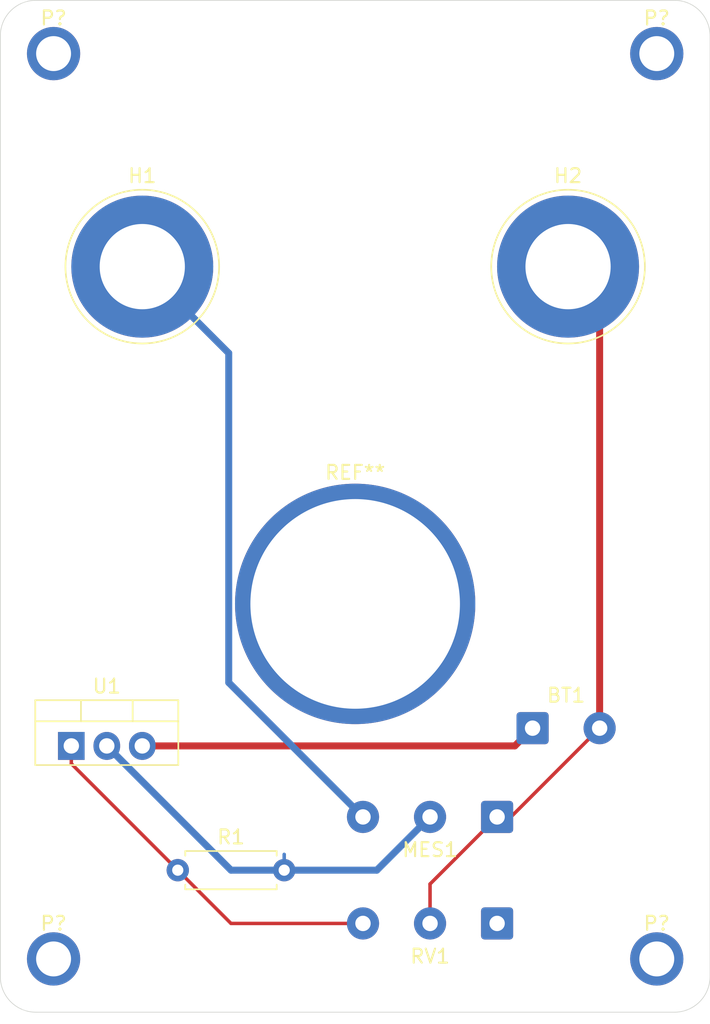
<source format=kicad_pcb>
(kicad_pcb (version 20171130) (host pcbnew "(5.1.7)-1")

  (general
    (thickness 1.6)
    (drawings 8)
    (tracks 22)
    (zones 0)
    (modules 12)
    (nets 7)
  )

  (page A4)
  (title_block
    (title "PhysBryk 9V DC Regulated Power Supply")
    (date 2020-10-21)
    (rev 0.0.1)
  )

  (layers
    (0 F.Cu signal)
    (31 B.Cu signal)
    (32 B.Adhes user)
    (33 F.Adhes user)
    (34 B.Paste user)
    (35 F.Paste user)
    (36 B.SilkS user)
    (37 F.SilkS user)
    (38 B.Mask user)
    (39 F.Mask user)
    (40 Dwgs.User user)
    (41 Cmts.User user)
    (42 Eco1.User user)
    (43 Eco2.User user)
    (44 Edge.Cuts user)
    (45 Margin user)
    (46 B.CrtYd user)
    (47 F.CrtYd user)
    (48 B.Fab user)
    (49 F.Fab user)
  )

  (setup
    (last_trace_width 0.5)
    (user_trace_width 0.5)
    (trace_clearance 0.2)
    (zone_clearance 0.508)
    (zone_45_only no)
    (trace_min 0.25)
    (via_size 0.8)
    (via_drill 0.4)
    (via_min_size 0.4)
    (via_min_drill 0.3)
    (uvia_size 0.3)
    (uvia_drill 0.1)
    (uvias_allowed no)
    (uvia_min_size 0.2)
    (uvia_min_drill 0.1)
    (edge_width 0.05)
    (segment_width 0.2)
    (pcb_text_width 0.3)
    (pcb_text_size 1.5 1.5)
    (mod_edge_width 0.12)
    (mod_text_size 1 1)
    (mod_text_width 0.15)
    (pad_size 1.524 1.524)
    (pad_drill 0.762)
    (pad_to_mask_clearance 0)
    (aux_axis_origin 0 0)
    (grid_origin 121.92 119.38)
    (visible_elements 7FFFFFFF)
    (pcbplotparams
      (layerselection 0x010fc_ffffffff)
      (usegerberextensions false)
      (usegerberattributes true)
      (usegerberadvancedattributes true)
      (creategerberjobfile true)
      (excludeedgelayer true)
      (linewidth 0.100000)
      (plotframeref false)
      (viasonmask false)
      (mode 1)
      (useauxorigin false)
      (hpglpennumber 1)
      (hpglpenspeed 20)
      (hpglpendiameter 15.000000)
      (psnegative false)
      (psa4output false)
      (plotreference true)
      (plotvalue true)
      (plotinvisibletext false)
      (padsonsilk false)
      (subtractmaskfromsilk false)
      (outputformat 1)
      (mirror false)
      (drillshape 1)
      (scaleselection 1)
      (outputdirectory ""))
  )

  (net 0 "")
  (net 1 "Net-(BT1-Pad1)")
  (net 2 "Net-(H1-Pad1)")
  (net 3 "Net-(R1-Pad1)")
  (net 4 "Net-(RV1-Pad1)")
  (net 5 GND)
  (net 6 "Net-(MES1-Pad2)")

  (net_class Default "This is the default net class."
    (clearance 0.2)
    (trace_width 0.25)
    (via_dia 0.8)
    (via_drill 0.4)
    (uvia_dia 0.3)
    (uvia_drill 0.1)
    (diff_pair_width 0.25)
    (diff_pair_gap 0.25)
    (add_net GND)
    (add_net "Net-(BT1-Pad1)")
    (add_net "Net-(H1-Pad1)")
    (add_net "Net-(MES1-Pad2)")
    (add_net "Net-(R1-Pad1)")
    (add_net "Net-(RV1-Pad1)")
  )

  (net_class Power ""
    (clearance 0.2)
    (trace_width 0.7)
    (via_dia 0.8)
    (via_drill 0.4)
    (uvia_dia 0.3)
    (uvia_drill 0.1)
    (diff_pair_width 0.25)
    (diff_pair_gap 0.25)
  )

  (module physbryk_power_supply:PadFeatherM2.5 (layer F.Cu) (tedit 5F91177A) (tstamp 5F9174BD)
    (at 171.45 114.3)
    (fp_text reference P? (at 0 -2.54) (layer F.SilkS)
      (effects (font (size 1 1) (thickness 0.15)))
    )
    (fp_text value PadM2.5 (at 0 3.81) (layer F.Fab)
      (effects (font (size 1 1) (thickness 0.15)))
    )
    (pad ? thru_hole circle (at 0 0) (size 3.81 3.81) (drill 2.5) (layers *.Cu *.Mask)
      (solder_mask_margin 0.0508))
  )

  (module physbryk_power_supply:PadFeatherM2.5 (layer F.Cu) (tedit 5F91177A) (tstamp 5F9174BD)
    (at 128.27 114.3)
    (fp_text reference P? (at 0 -2.54) (layer F.SilkS)
      (effects (font (size 1 1) (thickness 0.15)))
    )
    (fp_text value PadM2.5 (at 0 3.81) (layer F.Fab)
      (effects (font (size 1 1) (thickness 0.15)))
    )
    (pad ? thru_hole circle (at 0 0) (size 3.81 3.81) (drill 2.5) (layers *.Cu *.Mask)
      (solder_mask_margin 0.0508))
  )

  (module physbryk_power_supply:PadFeatherM2.5 (layer F.Cu) (tedit 5F91177A) (tstamp 5F9174BD)
    (at 171.45 49.53)
    (fp_text reference P? (at 0 -2.54) (layer F.SilkS)
      (effects (font (size 1 1) (thickness 0.15)))
    )
    (fp_text value PadM2.5 (at 0 3.81) (layer F.Fab)
      (effects (font (size 1 1) (thickness 0.15)))
    )
    (pad ? thru_hole circle (at 0 0) (size 3.81 3.81) (drill 2.5) (layers *.Cu *.Mask)
      (solder_mask_margin 0.0508))
  )

  (module physbryk_power_supply:PadFeatherM2.5 (layer F.Cu) (tedit 5F91177A) (tstamp 5F91746C)
    (at 128.27 49.53)
    (fp_text reference P? (at 0 -2.54) (layer F.SilkS)
      (effects (font (size 1 1) (thickness 0.15)))
    )
    (fp_text value PadM2.5 (at 0 3.81) (layer F.Fab)
      (effects (font (size 1 1) (thickness 0.15)))
    )
    (pad ? thru_hole circle (at 0 0) (size 3.81 3.81) (drill 2.5) (layers *.Cu *.Mask)
      (solder_mask_margin 0.0508))
  )

  (module physbryk_power_supply:MountingHole15mm (layer F.Cu) (tedit 5F90F476) (tstamp 5F914756)
    (at 149.86 88.9)
    (descr "Mounting Hole 15 mm")
    (tags "mounting hole15mm")
    (fp_text reference REF** (at 0 -9.4) (layer F.SilkS)
      (effects (font (size 1 1) (thickness 0.15)))
    )
    (fp_text value MountingHole_15mm (at 0 9.4) (layer F.Fab)
      (effects (font (size 1 1) (thickness 0.15)))
    )
    (fp_circle (center 0 0) (end 8.65 0) (layer F.CrtYd) (width 0.05))
    (fp_circle (center 0 0) (end 8.4 0) (layer Cmts.User) (width 0.15))
    (fp_text user %R (at 0.3 0) (layer F.Fab)
      (effects (font (size 1 1) (thickness 0.15)))
    )
    (pad 1 thru_hole circle (at 0 0) (size 17.2 17.2) (drill 15) (layers *.Cu *.Mask))
  )

  (module Connector_Wire:SolderWire-0.5sqmm_1x02_P4.8mm_D0.9mm_OD2.3mm (layer F.Cu) (tedit 5EB70B44) (tstamp 5F907AD7)
    (at 162.56 97.79)
    (descr "Soldered wire connection, for 2 times 0.5 mm² wires, reinforced insulation, conductor diameter 0.9mm, outer diameter 2.3mm, size source Multi-Contact FLEXI-xV 0.5 (https://ec.staubli.com/AcroFiles/Catalogues/TM_Cab-Main-11014119_(en)_hi.pdf), bend radius 3 times outer diameter, generated with kicad-footprint-generator")
    (tags "connector wire 0.5sqmm")
    (path /5F9008E3)
    (attr virtual)
    (fp_text reference BT1 (at 2.4 -2.35) (layer F.SilkS)
      (effects (font (size 1 1) (thickness 0.15)))
    )
    (fp_text value 9V (at 2.4 2.35) (layer F.Fab)
      (effects (font (size 1 1) (thickness 0.15)))
    )
    (fp_circle (center 0 0) (end 1.15 0) (layer F.Fab) (width 0.1))
    (fp_circle (center 4.8 0) (end 5.95 0) (layer F.Fab) (width 0.1))
    (fp_line (start -1.9 -1.65) (end -1.9 1.65) (layer F.CrtYd) (width 0.05))
    (fp_line (start -1.9 1.65) (end 1.9 1.65) (layer F.CrtYd) (width 0.05))
    (fp_line (start 1.9 1.65) (end 1.9 -1.65) (layer F.CrtYd) (width 0.05))
    (fp_line (start 1.9 -1.65) (end -1.9 -1.65) (layer F.CrtYd) (width 0.05))
    (fp_line (start 2.9 -1.65) (end 2.9 1.65) (layer F.CrtYd) (width 0.05))
    (fp_line (start 2.9 1.65) (end 6.7 1.65) (layer F.CrtYd) (width 0.05))
    (fp_line (start 6.7 1.65) (end 6.7 -1.65) (layer F.CrtYd) (width 0.05))
    (fp_line (start 6.7 -1.65) (end 2.9 -1.65) (layer F.CrtYd) (width 0.05))
    (fp_text user %R (at 2.184999 0 90) (layer F.Fab)
      (effects (font (size 0.82 0.82) (thickness 0.12)))
    )
    (pad 1 thru_hole roundrect (at 0 0) (size 2.3 2.3) (drill 1.1) (layers *.Cu *.Mask) (roundrect_rratio 0.108696)
      (net 1 "Net-(BT1-Pad1)"))
    (pad 2 thru_hole circle (at 4.8 0) (size 2.3 2.3) (drill 1.1) (layers *.Cu *.Mask)
      (net 5 GND))
    (model ${KISYS3DMOD}/Connector_Wire.3dshapes/SolderWire-0.5sqmm_1x02_P4.8mm_D0.9mm_OD2.3mm.wrl
      (at (xyz 0 0 0))
      (scale (xyz 1 1 1))
      (rotate (xyz 0 0 0))
    )
  )

  (module Connector:Banana_Jack_1Pin (layer F.Cu) (tedit 5A1AB217) (tstamp 5F907AB5)
    (at 134.62 64.77)
    (descr "Single banana socket, footprint - 6mm drill")
    (tags "banana socket")
    (path /5F9025E3)
    (fp_text reference H1 (at 0 -6.5) (layer F.SilkS)
      (effects (font (size 1 1) (thickness 0.15)))
    )
    (fp_text value "Banana Plug Vout" (at -0.25 6.5) (layer F.Fab)
      (effects (font (size 1 1) (thickness 0.15)))
    )
    (fp_circle (center 0 0) (end 5.75 0) (layer F.CrtYd) (width 0.05))
    (fp_circle (center 0 0) (end 2 0) (layer F.Fab) (width 0.1))
    (fp_circle (center 0 0) (end 4.85 0.05) (layer F.Fab) (width 0.1))
    (fp_circle (center 0 0) (end 5.5 0) (layer F.SilkS) (width 0.12))
    (fp_text user %R (at 0 0) (layer F.Fab)
      (effects (font (size 0.8 0.8) (thickness 0.12)))
    )
    (pad 1 thru_hole circle (at 0 0) (size 10.16 10.16) (drill 6.1) (layers *.Cu *.Mask)
      (net 2 "Net-(H1-Pad1)"))
    (model ${KISYS3DMOD}/Connector.3dshapes/Banana_Jack_1Pin.wrl
      (at (xyz 0 0 0))
      (scale (xyz 2 2 2))
      (rotate (xyz 0 0 0))
    )
  )

  (module Connector:Banana_Jack_1Pin (layer F.Cu) (tedit 5A1AB217) (tstamp 5F9079DD)
    (at 165.1 64.77)
    (descr "Single banana socket, footprint - 6mm drill")
    (tags "banana socket")
    (path /5F90361B)
    (fp_text reference H2 (at 0 -6.5) (layer F.SilkS)
      (effects (font (size 1 1) (thickness 0.15)))
    )
    (fp_text value "Banana Plug Gnd" (at -0.25 6.5) (layer F.Fab)
      (effects (font (size 1 1) (thickness 0.15)))
    )
    (fp_circle (center 0 0) (end 5.5 0) (layer F.SilkS) (width 0.12))
    (fp_circle (center 0 0) (end 4.85 0.05) (layer F.Fab) (width 0.1))
    (fp_circle (center 0 0) (end 2 0) (layer F.Fab) (width 0.1))
    (fp_circle (center 0 0) (end 5.75 0) (layer F.CrtYd) (width 0.05))
    (fp_text user %R (at 0 0) (layer F.Fab)
      (effects (font (size 0.8 0.8) (thickness 0.12)))
    )
    (pad 1 thru_hole circle (at 0 0) (size 10.16 10.16) (drill 6.1) (layers *.Cu *.Mask)
      (net 5 GND))
    (model ${KISYS3DMOD}/Connector.3dshapes/Banana_Jack_1Pin.wrl
      (at (xyz 0 0 0))
      (scale (xyz 2 2 2))
      (rotate (xyz 0 0 0))
    )
  )

  (module Resistor_THT:R_Axial_DIN0207_L6.3mm_D2.5mm_P7.62mm_Horizontal (layer F.Cu) (tedit 5AE5139B) (tstamp 5F907A80)
    (at 137.16 107.95)
    (descr "Resistor, Axial_DIN0207 series, Axial, Horizontal, pin pitch=7.62mm, 0.25W = 1/4W, length*diameter=6.3*2.5mm^2, http://cdn-reichelt.de/documents/datenblatt/B400/1_4W%23YAG.pdf")
    (tags "Resistor Axial_DIN0207 series Axial Horizontal pin pitch 7.62mm 0.25W = 1/4W length 6.3mm diameter 2.5mm")
    (path /5F8FC534)
    (fp_text reference R1 (at 3.81 -2.37) (layer F.SilkS)
      (effects (font (size 1 1) (thickness 0.15)))
    )
    (fp_text value 240 (at 3.81 2.37) (layer F.Fab)
      (effects (font (size 1 1) (thickness 0.15)))
    )
    (fp_line (start 0.66 -1.25) (end 0.66 1.25) (layer F.Fab) (width 0.1))
    (fp_line (start 0.66 1.25) (end 6.96 1.25) (layer F.Fab) (width 0.1))
    (fp_line (start 6.96 1.25) (end 6.96 -1.25) (layer F.Fab) (width 0.1))
    (fp_line (start 6.96 -1.25) (end 0.66 -1.25) (layer F.Fab) (width 0.1))
    (fp_line (start 0 0) (end 0.66 0) (layer F.Fab) (width 0.1))
    (fp_line (start 7.62 0) (end 6.96 0) (layer F.Fab) (width 0.1))
    (fp_line (start 0.54 -1.04) (end 0.54 -1.37) (layer F.SilkS) (width 0.12))
    (fp_line (start 0.54 -1.37) (end 7.08 -1.37) (layer F.SilkS) (width 0.12))
    (fp_line (start 7.08 -1.37) (end 7.08 -1.04) (layer F.SilkS) (width 0.12))
    (fp_line (start 0.54 1.04) (end 0.54 1.37) (layer F.SilkS) (width 0.12))
    (fp_line (start 0.54 1.37) (end 7.08 1.37) (layer F.SilkS) (width 0.12))
    (fp_line (start 7.08 1.37) (end 7.08 1.04) (layer F.SilkS) (width 0.12))
    (fp_line (start -1.05 -1.5) (end -1.05 1.5) (layer F.CrtYd) (width 0.05))
    (fp_line (start -1.05 1.5) (end 8.67 1.5) (layer F.CrtYd) (width 0.05))
    (fp_line (start 8.67 1.5) (end 8.67 -1.5) (layer F.CrtYd) (width 0.05))
    (fp_line (start 8.67 -1.5) (end -1.05 -1.5) (layer F.CrtYd) (width 0.05))
    (fp_text user %R (at 3.81 0) (layer F.Fab)
      (effects (font (size 1 1) (thickness 0.15)))
    )
    (pad 1 thru_hole circle (at 0 0) (size 1.6 1.6) (drill 0.8) (layers *.Cu *.Mask)
      (net 3 "Net-(R1-Pad1)"))
    (pad 2 thru_hole oval (at 7.62 0) (size 1.6 1.6) (drill 0.8) (layers *.Cu *.Mask)
      (net 6 "Net-(MES1-Pad2)"))
    (model ${KISYS3DMOD}/Resistor_THT.3dshapes/R_Axial_DIN0207_L6.3mm_D2.5mm_P7.62mm_Horizontal.wrl
      (at (xyz 0 0 0))
      (scale (xyz 1 1 1))
      (rotate (xyz 0 0 0))
    )
  )

  (module Package_TO_SOT_THT:TO-220-3_Vertical (layer F.Cu) (tedit 5AC8BA0D) (tstamp 5F907A38)
    (at 129.54 99.06)
    (descr "TO-220-3, Vertical, RM 2.54mm, see https://www.vishay.com/docs/66542/to-220-1.pdf")
    (tags "TO-220-3 Vertical RM 2.54mm")
    (path /5F8FD283)
    (fp_text reference U1 (at 2.54 -4.27) (layer F.SilkS)
      (effects (font (size 1 1) (thickness 0.15)))
    )
    (fp_text value LM317_TO-220 (at 2.54 2.5) (layer F.Fab)
      (effects (font (size 1 1) (thickness 0.15)))
    )
    (fp_line (start -2.46 -3.15) (end -2.46 1.25) (layer F.Fab) (width 0.1))
    (fp_line (start -2.46 1.25) (end 7.54 1.25) (layer F.Fab) (width 0.1))
    (fp_line (start 7.54 1.25) (end 7.54 -3.15) (layer F.Fab) (width 0.1))
    (fp_line (start 7.54 -3.15) (end -2.46 -3.15) (layer F.Fab) (width 0.1))
    (fp_line (start -2.46 -1.88) (end 7.54 -1.88) (layer F.Fab) (width 0.1))
    (fp_line (start 0.69 -3.15) (end 0.69 -1.88) (layer F.Fab) (width 0.1))
    (fp_line (start 4.39 -3.15) (end 4.39 -1.88) (layer F.Fab) (width 0.1))
    (fp_line (start -2.58 -3.27) (end 7.66 -3.27) (layer F.SilkS) (width 0.12))
    (fp_line (start -2.58 1.371) (end 7.66 1.371) (layer F.SilkS) (width 0.12))
    (fp_line (start -2.58 -3.27) (end -2.58 1.371) (layer F.SilkS) (width 0.12))
    (fp_line (start 7.66 -3.27) (end 7.66 1.371) (layer F.SilkS) (width 0.12))
    (fp_line (start -2.58 -1.76) (end 7.66 -1.76) (layer F.SilkS) (width 0.12))
    (fp_line (start 0.69 -3.27) (end 0.69 -1.76) (layer F.SilkS) (width 0.12))
    (fp_line (start 4.391 -3.27) (end 4.391 -1.76) (layer F.SilkS) (width 0.12))
    (fp_line (start -2.71 -3.4) (end -2.71 1.51) (layer F.CrtYd) (width 0.05))
    (fp_line (start -2.71 1.51) (end 7.79 1.51) (layer F.CrtYd) (width 0.05))
    (fp_line (start 7.79 1.51) (end 7.79 -3.4) (layer F.CrtYd) (width 0.05))
    (fp_line (start 7.79 -3.4) (end -2.71 -3.4) (layer F.CrtYd) (width 0.05))
    (fp_text user %R (at 2.54 -4.27) (layer F.Fab)
      (effects (font (size 1 1) (thickness 0.15)))
    )
    (pad 1 thru_hole rect (at 0 0) (size 1.905 2) (drill 1.1) (layers *.Cu *.Mask)
      (net 3 "Net-(R1-Pad1)"))
    (pad 2 thru_hole oval (at 2.54 0) (size 1.905 2) (drill 1.1) (layers *.Cu *.Mask)
      (net 6 "Net-(MES1-Pad2)"))
    (pad 3 thru_hole oval (at 5.08 0) (size 1.905 2) (drill 1.1) (layers *.Cu *.Mask)
      (net 1 "Net-(BT1-Pad1)"))
    (model ${KISYS3DMOD}/Package_TO_SOT_THT.3dshapes/TO-220-3_Vertical.wrl
      (at (xyz 0 0 0))
      (scale (xyz 1 1 1))
      (rotate (xyz 0 0 0))
    )
  )

  (module Connector_Wire:SolderWire-0.5sqmm_1x03_P4.8mm_D0.9mm_OD2.3mm (layer F.Cu) (tedit 5EB70B44) (tstamp 5F907D95)
    (at 160.02 111.76 180)
    (descr "Soldered wire connection, for 3 times 0.5 mm² wires, reinforced insulation, conductor diameter 0.9mm, outer diameter 2.3mm, size source Multi-Contact FLEXI-xV 0.5 (https://ec.staubli.com/AcroFiles/Catalogues/TM_Cab-Main-11014119_(en)_hi.pdf), bend radius 3 times outer diameter, generated with kicad-footprint-generator")
    (tags "connector wire 0.5sqmm")
    (path /5F90178B)
    (attr virtual)
    (fp_text reference RV1 (at 4.8 -2.35) (layer F.SilkS)
      (effects (font (size 1 1) (thickness 0.15)))
    )
    (fp_text value 2.5K (at 4.8 2.35) (layer F.Fab)
      (effects (font (size 1 1) (thickness 0.15)))
    )
    (fp_circle (center 0 0) (end 1.15 0) (layer F.Fab) (width 0.1))
    (fp_circle (center 4.8 0) (end 5.95 0) (layer F.Fab) (width 0.1))
    (fp_circle (center 9.6 0) (end 10.75 0) (layer F.Fab) (width 0.1))
    (fp_line (start -1.9 -1.65) (end -1.9 1.65) (layer F.CrtYd) (width 0.05))
    (fp_line (start -1.9 1.65) (end 1.9 1.65) (layer F.CrtYd) (width 0.05))
    (fp_line (start 1.9 1.65) (end 1.9 -1.65) (layer F.CrtYd) (width 0.05))
    (fp_line (start 1.9 -1.65) (end -1.9 -1.65) (layer F.CrtYd) (width 0.05))
    (fp_line (start 2.9 -1.65) (end 2.9 1.65) (layer F.CrtYd) (width 0.05))
    (fp_line (start 2.9 1.65) (end 6.7 1.65) (layer F.CrtYd) (width 0.05))
    (fp_line (start 6.7 1.65) (end 6.7 -1.65) (layer F.CrtYd) (width 0.05))
    (fp_line (start 6.7 -1.65) (end 2.9 -1.65) (layer F.CrtYd) (width 0.05))
    (fp_line (start 7.7 -1.65) (end 7.7 1.65) (layer F.CrtYd) (width 0.05))
    (fp_line (start 7.7 1.65) (end 11.5 1.65) (layer F.CrtYd) (width 0.05))
    (fp_line (start 11.5 1.65) (end 11.5 -1.65) (layer F.CrtYd) (width 0.05))
    (fp_line (start 11.5 -1.65) (end 7.7 -1.65) (layer F.CrtYd) (width 0.05))
    (fp_text user %R (at 4.8 0) (layer F.Fab)
      (effects (font (size 0.58 0.58) (thickness 0.09)))
    )
    (pad 1 thru_hole roundrect (at 0 0 180) (size 2.3 2.3) (drill 1.1) (layers *.Cu *.Mask) (roundrect_rratio 0.108696)
      (net 4 "Net-(RV1-Pad1)"))
    (pad 2 thru_hole circle (at 4.8 0 180) (size 2.3 2.3) (drill 1.1) (layers *.Cu *.Mask)
      (net 5 GND))
    (pad 3 thru_hole circle (at 9.6 0 180) (size 2.3 2.3) (drill 1.1) (layers *.Cu *.Mask)
      (net 3 "Net-(R1-Pad1)"))
    (model ${KISYS3DMOD}/Connector_Wire.3dshapes/SolderWire-0.5sqmm_1x03_P4.8mm_D0.9mm_OD2.3mm.wrl
      (at (xyz 0 0 0))
      (scale (xyz 1 1 1))
      (rotate (xyz 0 0 0))
    )
  )

  (module Connector_Wire:SolderWire-0.5sqmm_1x03_P4.8mm_D0.9mm_OD2.3mm (layer F.Cu) (tedit 5EB70B44) (tstamp 5F90D059)
    (at 160.02 104.14 180)
    (descr "Soldered wire connection, for 3 times 0.5 mm² wires, reinforced insulation, conductor diameter 0.9mm, outer diameter 2.3mm, size source Multi-Contact FLEXI-xV 0.5 (https://ec.staubli.com/AcroFiles/Catalogues/TM_Cab-Main-11014119_(en)_hi.pdf), bend radius 3 times outer diameter, generated with kicad-footprint-generator")
    (tags "connector wire 0.5sqmm")
    (path /5F925698)
    (attr virtual)
    (fp_text reference MES1 (at 4.8 -2.35) (layer F.SilkS)
      (effects (font (size 1 1) (thickness 0.15)))
    )
    (fp_text value Volt_Ammeter (at 4.8 2.35) (layer F.Fab)
      (effects (font (size 1 1) (thickness 0.15)))
    )
    (fp_line (start 11.5 -1.65) (end 7.7 -1.65) (layer F.CrtYd) (width 0.05))
    (fp_line (start 11.5 1.65) (end 11.5 -1.65) (layer F.CrtYd) (width 0.05))
    (fp_line (start 7.7 1.65) (end 11.5 1.65) (layer F.CrtYd) (width 0.05))
    (fp_line (start 7.7 -1.65) (end 7.7 1.65) (layer F.CrtYd) (width 0.05))
    (fp_line (start 6.7 -1.65) (end 2.9 -1.65) (layer F.CrtYd) (width 0.05))
    (fp_line (start 6.7 1.65) (end 6.7 -1.65) (layer F.CrtYd) (width 0.05))
    (fp_line (start 2.9 1.65) (end 6.7 1.65) (layer F.CrtYd) (width 0.05))
    (fp_line (start 2.9 -1.65) (end 2.9 1.65) (layer F.CrtYd) (width 0.05))
    (fp_line (start 1.9 -1.65) (end -1.9 -1.65) (layer F.CrtYd) (width 0.05))
    (fp_line (start 1.9 1.65) (end 1.9 -1.65) (layer F.CrtYd) (width 0.05))
    (fp_line (start -1.9 1.65) (end 1.9 1.65) (layer F.CrtYd) (width 0.05))
    (fp_line (start -1.9 -1.65) (end -1.9 1.65) (layer F.CrtYd) (width 0.05))
    (fp_circle (center 9.6 0) (end 10.75 0) (layer F.Fab) (width 0.1))
    (fp_circle (center 4.8 0) (end 5.95 0) (layer F.Fab) (width 0.1))
    (fp_circle (center 0 0) (end 1.15 0) (layer F.Fab) (width 0.1))
    (fp_text user %R (at 4.215001 -3.195001) (layer F.Fab)
      (effects (font (size 0.58 0.58) (thickness 0.09)))
    )
    (pad 1 thru_hole roundrect (at 0 0 180) (size 2.3 2.3) (drill 1.1) (layers *.Cu *.Mask) (roundrect_rratio 0.108696)
      (net 5 GND))
    (pad 2 thru_hole circle (at 4.8 0 180) (size 2.3 2.3) (drill 1.1) (layers *.Cu *.Mask)
      (net 6 "Net-(MES1-Pad2)"))
    (pad 3 thru_hole circle (at 9.6 0 180) (size 2.3 2.3) (drill 1.1) (layers *.Cu *.Mask)
      (net 2 "Net-(H1-Pad1)"))
    (model ${KISYS3DMOD}/Connector_Wire.3dshapes/SolderWire-0.5sqmm_1x03_P4.8mm_D0.9mm_OD2.3mm.wrl
      (at (xyz 0 0 0))
      (scale (xyz 1 1 1))
      (rotate (xyz 0 0 0))
    )
  )

  (gr_arc (start 127 115.57) (end 124.46 115.57) (angle -90) (layer Edge.Cuts) (width 0.05))
  (gr_arc (start 172.72 115.57) (end 172.72 118.11) (angle -90) (layer Edge.Cuts) (width 0.05))
  (gr_arc (start 172.72 48.26) (end 175.26 48.26) (angle -90) (layer Edge.Cuts) (width 0.05))
  (gr_arc (start 127 48.26) (end 127 45.72) (angle -90) (layer Edge.Cuts) (width 0.05) (tstamp 5F914D2B))
  (gr_line (start 172.72 45.72) (end 127 45.72) (layer Edge.Cuts) (width 0.05) (tstamp 5F907DD5))
  (gr_line (start 175.26 115.57) (end 175.26 48.26) (layer Edge.Cuts) (width 0.05))
  (gr_line (start 127 118.11) (end 172.72 118.11) (layer Edge.Cuts) (width 0.05))
  (gr_line (start 124.46 48.26) (end 124.46 115.57) (layer Edge.Cuts) (width 0.05))

  (segment (start 161.29 99.06) (end 162.56 97.79) (width 0.5) (layer F.Cu) (net 1))
  (segment (start 134.62 99.06) (end 161.29 99.06) (width 0.5) (layer F.Cu) (net 1))
  (segment (start 132.08 67.31) (end 134.62 64.77) (width 0.25) (layer F.Cu) (net 2))
  (segment (start 140.809999 70.959999) (end 134.62 64.77) (width 0.5) (layer B.Cu) (net 2))
  (segment (start 140.809999 94.529999) (end 140.809999 70.959999) (width 0.5) (layer B.Cu) (net 2))
  (segment (start 150.42 104.14) (end 140.809999 94.529999) (width 0.5) (layer B.Cu) (net 2))
  (segment (start 129.54 100.33) (end 137.16 107.95) (width 0.25) (layer F.Cu) (net 3))
  (segment (start 129.54 99.06) (end 129.54 100.33) (width 0.25) (layer F.Cu) (net 3))
  (segment (start 140.97 111.76) (end 150.42 111.76) (width 0.25) (layer F.Cu) (net 3))
  (segment (start 137.16 107.95) (end 140.97 111.76) (width 0.25) (layer F.Cu) (net 3))
  (segment (start 166.65 97.08) (end 167.36 97.79) (width 0.25) (layer F.Cu) (net 5))
  (segment (start 167.36 67.03) (end 165.1 64.77) (width 0.25) (layer F.Cu) (net 5))
  (segment (start 167.36 97.79) (end 167.36 67.03) (width 0.5) (layer F.Cu) (net 5))
  (segment (start 155.22 108.94) (end 160.02 104.14) (width 0.25) (layer F.Cu) (net 5))
  (segment (start 155.22 111.76) (end 155.22 108.94) (width 0.25) (layer F.Cu) (net 5))
  (segment (start 161.01 104.14) (end 167.36 97.79) (width 0.25) (layer F.Cu) (net 5))
  (segment (start 160.02 104.14) (end 161.01 104.14) (width 0.25) (layer F.Cu) (net 5))
  (segment (start 140.97 107.95) (end 144.78 107.95) (width 0.5) (layer B.Cu) (net 6))
  (segment (start 132.08 99.06) (end 140.97 107.95) (width 0.5) (layer B.Cu) (net 6))
  (segment (start 144.78 106.81863) (end 144.78 107.95) (width 0.25) (layer B.Cu) (net 6))
  (segment (start 151.41 107.95) (end 155.22 104.14) (width 0.5) (layer B.Cu) (net 6))
  (segment (start 144.78 107.95) (end 151.41 107.95) (width 0.5) (layer B.Cu) (net 6))

)

</source>
